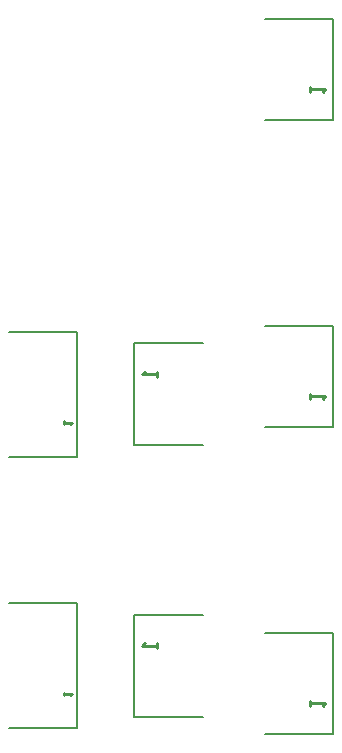
<source format=gbr>
%TF.GenerationSoftware,Altium Limited,Altium Designer,24.3.1 (35)*%
G04 Layer_Color=8388736*
%FSLAX45Y45*%
%MOMM*%
%TF.SameCoordinates,065391E9-2A1D-4ECE-AA0D-878B158C5FC5*%
%TF.FilePolarity,Positive*%
%TF.FileFunction,Other,Mechanical_14*%
%TF.Part,CustomerPanel*%
G01*
G75*
%TA.AperFunction,NonConductor*%
%ADD30C,0.12700*%
%ADD33C,0.25400*%
D30*
X6246903Y1180002D02*
X6826902D01*
Y320003D02*
Y1180002D01*
X6246903Y320003D02*
X6826902D01*
X6246903Y3780002D02*
X6826902D01*
Y2920004D02*
Y3780002D01*
X6246903Y2920004D02*
X6826902D01*
X6246903Y6380002D02*
X6826902D01*
Y5520004D02*
Y6380002D01*
X6246903Y5520004D02*
X6826902D01*
X4081798Y369998D02*
X4661802D01*
Y1430001D01*
X4081798D02*
X4661802D01*
X5141598Y1330002D02*
X5721602D01*
X5141598Y469998D02*
Y1330002D01*
Y469998D02*
X5721602D01*
X4081798Y2669998D02*
X4661802D01*
Y3730001D01*
X4081798D02*
X4661802D01*
X5141598Y3630002D02*
X5721602D01*
X5141598Y2769998D02*
Y3630002D01*
Y2769998D02*
X5721602D01*
D33*
X6631900Y560000D02*
Y602320D01*
Y581160D01*
X6758859D01*
X6737699Y560000D01*
X6631900Y3160000D02*
Y3202320D01*
Y3181160D01*
X6758859D01*
X6737699Y3160000D01*
X6631900Y5760000D02*
Y5802320D01*
Y5781160D01*
X6758859D01*
X6737699Y5760000D01*
X4551886Y649822D02*
Y670150D01*
Y659986D01*
X4612870D01*
X4602706Y649822D01*
X5336600Y1090000D02*
Y1047680D01*
Y1068840D01*
X5209641D01*
X5230801Y1090000D01*
X4551886Y2949822D02*
Y2970150D01*
Y2959986D01*
X4612870D01*
X4602706Y2949822D01*
X5336600Y3390000D02*
Y3347680D01*
Y3368840D01*
X5209641D01*
X5230801Y3390000D01*
%TF.MD5,754eb61eed6d4063f2a932cc073fd7af*%
M02*

</source>
